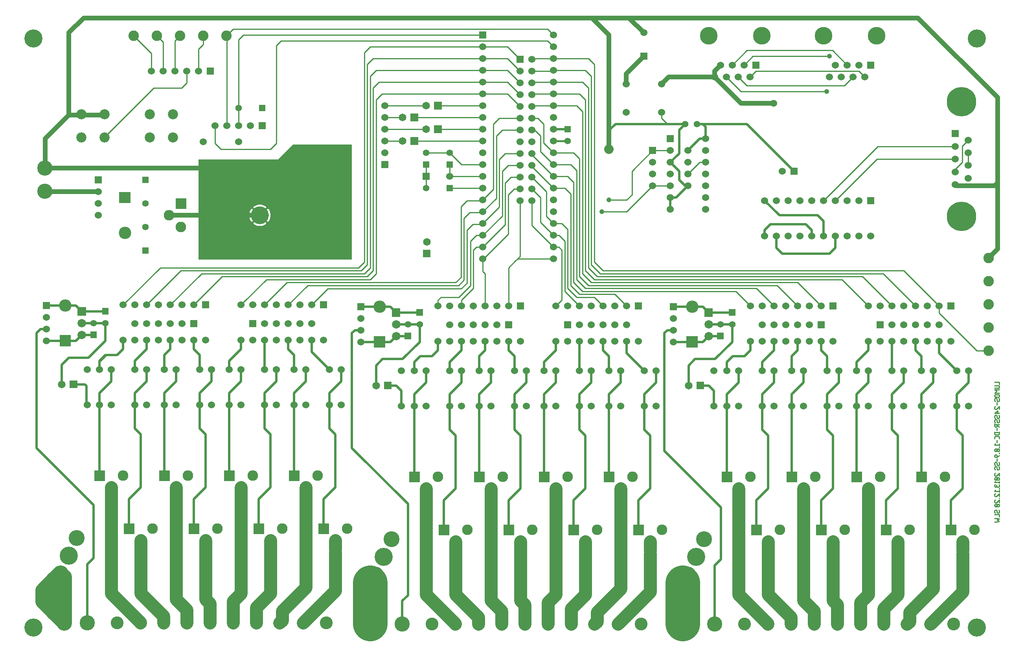
<source format=gbr>
G04 start of page 5 for group 3 idx 5 *
G04 Title: 24SSR-DC, bottom *
G04 Creator: pcb 20110918 *
G04 CreationDate: 五 12/20 18:00:37 2013 UTC *
G04 For: steve *
G04 Format: Gerber/RS-274X *
G04 PCB-Dimensions: 850000 550000 *
G04 PCB-Coordinate-Origin: lower left *
%MOIN*%
%FSLAX25Y25*%
%LNBOTTOM*%
%ADD151C,0.1280*%
%ADD150C,0.0430*%
%ADD149C,0.0500*%
%ADD148C,0.0380*%
%ADD147C,0.0420*%
%ADD146C,0.0280*%
%ADD145C,0.0454*%
%ADD144C,0.0512*%
%ADD143C,0.0350*%
%ADD142C,0.0300*%
%ADD141C,0.1495*%
%ADD140C,0.0800*%
%ADD139C,0.0410*%
%ADD138C,0.1500*%
%ADD137C,0.2500*%
%ADD136C,0.0860*%
%ADD135C,0.1500*%
%ADD134C,0.0550*%
%ADD133C,0.1050*%
%ADD132C,0.0650*%
%ADD131C,0.0720*%
%ADD130C,0.0600*%
%ADD129C,0.1287*%
%ADD128C,0.0887*%
%ADD127C,0.1087*%
%ADD126C,0.1350*%
%ADD125C,0.1535*%
%ADD124C,0.0900*%
%ADD123C,0.0150*%
%ADD122C,0.0400*%
%ADD121C,0.0100*%
%ADD120C,0.1250*%
%ADD119C,0.1300*%
%ADD118C,0.2930*%
%ADD117C,0.0200*%
%ADD116C,0.1100*%
%ADD115C,0.0001*%
G54D115*G36*
X224516Y422500D02*X262500D01*
Y337500D01*
X224516D01*
Y370058D01*
X224860Y370596D01*
X225234Y371344D01*
X225538Y372123D01*
X225768Y372927D01*
X225922Y373749D01*
X226000Y374582D01*
Y375418D01*
X225922Y376251D01*
X225768Y377073D01*
X225538Y377877D01*
X225234Y378656D01*
X224860Y379404D01*
X224516Y379956D01*
Y422500D01*
G37*
G36*
X217004D02*X224516D01*
Y379956D01*
X224418Y380114D01*
X224343Y380207D01*
X224254Y380287D01*
X224154Y380351D01*
X224045Y380400D01*
X223930Y380431D01*
X223811Y380443D01*
X223692Y380436D01*
X223575Y380411D01*
X223464Y380369D01*
X223361Y380309D01*
X223268Y380233D01*
X223188Y380145D01*
X223124Y380045D01*
X223075Y379935D01*
X223044Y379820D01*
X223032Y379701D01*
X223039Y379582D01*
X223064Y379466D01*
X223106Y379354D01*
X223168Y379252D01*
X223543Y378666D01*
X223855Y378044D01*
X224107Y377395D01*
X224299Y376726D01*
X224427Y376041D01*
X224492Y375348D01*
Y374652D01*
X224427Y373959D01*
X224299Y373275D01*
X224107Y372605D01*
X223855Y371956D01*
X223543Y371334D01*
X223175Y370743D01*
X223114Y370642D01*
X223071Y370532D01*
X223047Y370417D01*
X223040Y370299D01*
X223052Y370181D01*
X223083Y370067D01*
X223131Y369959D01*
X223195Y369860D01*
X223274Y369772D01*
X223365Y369698D01*
X223467Y369639D01*
X223578Y369596D01*
X223693Y369572D01*
X223811Y369565D01*
X223928Y369577D01*
X224042Y369608D01*
X224150Y369656D01*
X224249Y369720D01*
X224337Y369799D01*
X224410Y369892D01*
X224516Y370058D01*
Y337500D01*
X217004D01*
Y366000D01*
X217418D01*
X218251Y366078D01*
X219073Y366232D01*
X219877Y366462D01*
X220656Y366766D01*
X221404Y367140D01*
X222114Y367582D01*
X222207Y367657D01*
X222287Y367746D01*
X222351Y367846D01*
X222400Y367955D01*
X222431Y368070D01*
X222443Y368189D01*
X222436Y368308D01*
X222411Y368425D01*
X222369Y368536D01*
X222309Y368639D01*
X222233Y368732D01*
X222145Y368812D01*
X222045Y368876D01*
X221935Y368925D01*
X221820Y368956D01*
X221701Y368968D01*
X221582Y368961D01*
X221466Y368936D01*
X221354Y368894D01*
X221252Y368832D01*
X220666Y368457D01*
X220044Y368145D01*
X219395Y367893D01*
X218725Y367701D01*
X218041Y367573D01*
X217348Y367508D01*
X217004D01*
Y382492D01*
X217348D01*
X218041Y382427D01*
X218725Y382299D01*
X219395Y382107D01*
X220044Y381855D01*
X220666Y381543D01*
X221257Y381175D01*
X221358Y381114D01*
X221468Y381071D01*
X221583Y381047D01*
X221701Y381040D01*
X221819Y381052D01*
X221933Y381083D01*
X222041Y381131D01*
X222140Y381195D01*
X222228Y381274D01*
X222302Y381365D01*
X222361Y381467D01*
X222404Y381578D01*
X222428Y381693D01*
X222435Y381811D01*
X222423Y381928D01*
X222392Y382042D01*
X222344Y382150D01*
X222280Y382249D01*
X222201Y382337D01*
X222108Y382410D01*
X221404Y382860D01*
X220656Y383234D01*
X219877Y383538D01*
X219073Y383768D01*
X218251Y383922D01*
X217418Y384000D01*
X217004D01*
Y422500D01*
G37*
G36*
X209484D02*X217004D01*
Y384000D01*
X216582D01*
X215749Y383922D01*
X214927Y383768D01*
X214123Y383538D01*
X213344Y383234D01*
X212596Y382860D01*
X211886Y382418D01*
X211793Y382343D01*
X211713Y382254D01*
X211649Y382154D01*
X211600Y382045D01*
X211569Y381930D01*
X211557Y381811D01*
X211564Y381692D01*
X211589Y381575D01*
X211631Y381464D01*
X211691Y381361D01*
X211767Y381268D01*
X211855Y381188D01*
X211955Y381124D01*
X212065Y381075D01*
X212180Y381044D01*
X212299Y381032D01*
X212418Y381039D01*
X212534Y381064D01*
X212646Y381106D01*
X212748Y381168D01*
X213334Y381543D01*
X213956Y381855D01*
X214605Y382107D01*
X215274Y382299D01*
X215959Y382427D01*
X216652Y382492D01*
X217004D01*
Y367508D01*
X216652D01*
X215959Y367573D01*
X215274Y367701D01*
X214605Y367893D01*
X213956Y368145D01*
X213334Y368457D01*
X212743Y368825D01*
X212642Y368886D01*
X212532Y368929D01*
X212417Y368953D01*
X212299Y368960D01*
X212181Y368948D01*
X212067Y368917D01*
X211959Y368869D01*
X211860Y368805D01*
X211772Y368726D01*
X211698Y368635D01*
X211639Y368533D01*
X211596Y368422D01*
X211572Y368307D01*
X211565Y368189D01*
X211577Y368072D01*
X211608Y367958D01*
X211656Y367850D01*
X211720Y367751D01*
X211799Y367663D01*
X211892Y367590D01*
X212596Y367140D01*
X213344Y366766D01*
X214123Y366462D01*
X214927Y366232D01*
X215749Y366078D01*
X216582Y366000D01*
X217004D01*
Y337500D01*
X209484D01*
Y370044D01*
X209582Y369886D01*
X209657Y369793D01*
X209746Y369713D01*
X209846Y369649D01*
X209955Y369600D01*
X210070Y369569D01*
X210189Y369557D01*
X210308Y369564D01*
X210425Y369589D01*
X210536Y369631D01*
X210639Y369691D01*
X210732Y369767D01*
X210812Y369855D01*
X210876Y369955D01*
X210925Y370065D01*
X210956Y370180D01*
X210968Y370299D01*
X210961Y370418D01*
X210936Y370534D01*
X210894Y370646D01*
X210832Y370748D01*
X210457Y371334D01*
X210145Y371956D01*
X209893Y372605D01*
X209701Y373275D01*
X209573Y373959D01*
X209508Y374652D01*
Y375348D01*
X209573Y376041D01*
X209701Y376726D01*
X209893Y377395D01*
X210145Y378044D01*
X210457Y378666D01*
X210825Y379257D01*
X210886Y379358D01*
X210929Y379468D01*
X210953Y379583D01*
X210960Y379701D01*
X210948Y379819D01*
X210917Y379933D01*
X210869Y380041D01*
X210805Y380140D01*
X210726Y380228D01*
X210635Y380302D01*
X210533Y380361D01*
X210422Y380404D01*
X210307Y380428D01*
X210189Y380435D01*
X210072Y380423D01*
X209958Y380392D01*
X209850Y380344D01*
X209751Y380280D01*
X209663Y380201D01*
X209590Y380108D01*
X209484Y379942D01*
Y422500D01*
G37*
G36*
X165000D02*X209484D01*
Y379942D01*
X209140Y379404D01*
X208766Y378656D01*
X208462Y377877D01*
X208232Y377073D01*
X208078Y376251D01*
X208000Y375418D01*
Y374582D01*
X208078Y373749D01*
X208232Y372927D01*
X208462Y372123D01*
X208766Y371344D01*
X209140Y370596D01*
X209484Y370044D01*
Y337500D01*
X165000D01*
Y422500D01*
G37*
G36*
X232500D02*X245000Y435000D01*
X295000D01*
Y337500D01*
X232500D01*
Y422500D01*
G37*
G54D116*X383000Y98000D02*Y53000D01*
X382685Y28315D02*X358000Y53000D01*
X382685Y28000D02*Y28315D01*
X402370Y33630D02*X383000Y53000D01*
X402370Y28000D02*Y33630D01*
X422055Y38945D02*X413000Y48000D01*
X422055Y28000D02*Y38945D01*
X358000Y143000D02*Y53000D01*
G54D117*X383000Y143000D02*X373000Y133000D01*
Y108000D01*
G54D116*X413000Y48000D02*Y143000D01*
X468000D02*Y53000D01*
G54D117*X438000Y143000D02*X428000Y133000D01*
Y108000D01*
G54D116*X438000Y48000D02*Y98000D01*
X461425Y46425D02*X468000Y53000D01*
X461425Y28000D02*Y46425D01*
X441740Y44260D02*X438000Y48000D01*
X441740Y28000D02*Y44260D01*
X548000Y55520D02*Y88000D01*
X523000Y143000D02*Y58000D01*
X493000Y98000D02*Y53000D01*
X548000Y98000D02*Y90520D01*
G54D117*Y143000D02*X538000Y133000D01*
Y108000D01*
G54D116*X503000Y30205D02*X500795Y28000D01*
X503000Y38000D02*Y30205D01*
X523000Y58000D02*X503000Y38000D01*
X481110Y41110D02*X493000Y53000D01*
X481110Y28000D02*Y41110D01*
X548000Y55520D02*X520480Y28000D01*
G54D118*X575500Y63000D02*Y28000D01*
G54D117*X602685D02*Y77685D01*
X608000Y83000D01*
Y127000D01*
X493000Y143000D02*X483000Y133000D01*
Y108000D01*
G54D116*X813000Y55520D02*Y88000D01*
X788000Y143000D02*Y58000D01*
X813000Y98000D02*Y90520D01*
G54D117*Y143000D02*X803000Y133000D01*
Y108000D01*
G54D116*X768000Y30205D02*X765795Y28000D01*
X788000Y58000D02*X768000Y38000D01*
X813000Y55520D02*X785480Y28000D01*
X648000Y98000D02*Y53000D01*
X647685Y28315D02*X623000Y53000D01*
X647685Y28000D02*Y28315D01*
X667370Y33630D02*X648000Y53000D01*
X667370Y28000D02*Y33630D01*
X687055Y38945D02*X678000Y48000D01*
X687055Y28000D02*Y38945D01*
X623000Y143000D02*Y53000D01*
G54D117*X648000Y143000D02*X638000Y133000D01*
Y108000D01*
G54D116*X678000Y48000D02*Y143000D01*
X768000Y38000D02*Y30205D01*
X746110Y41110D02*X758000Y53000D01*
X746110Y28000D02*Y41110D01*
X726425Y28000D02*Y46425D01*
X706740Y44260D02*X703000Y48000D01*
X706740Y28000D02*Y44260D01*
X758000Y98000D02*Y53000D01*
X733000Y143000D02*Y53000D01*
X703000Y48000D02*Y98000D01*
X726425Y46425D02*X733000Y53000D01*
G54D117*X748000Y133000D02*Y108000D01*
X703000Y143000D02*X693000Y133000D01*
Y108000D01*
X758000Y143000D02*X748000Y133000D01*
G54D118*X310500Y63000D02*Y28000D01*
G54D116*X281000Y56520D02*Y89000D01*
Y56520D02*X253480Y29000D01*
G54D117*X337685Y28000D02*Y47685D01*
X342500Y52500D01*
Y130000D01*
G54D116*X226000Y99000D02*Y54000D01*
X201000Y144000D02*Y54000D01*
X194425Y47425D02*X201000Y54000D01*
X194425Y29000D02*Y47425D01*
X174740Y45260D02*X171000Y49000D01*
X174740Y29000D02*Y45260D01*
G54D117*X171000Y144000D02*X161000Y134000D01*
Y109000D01*
G54D116*X146000Y49000D02*Y144000D01*
X236000Y31205D02*X233795Y29000D01*
X236000Y39000D02*Y31205D01*
X256000Y59000D02*X236000Y39000D01*
X214110Y42110D02*X226000Y54000D01*
X214110Y29000D02*Y42110D01*
G54D117*X226000Y144000D02*X216000Y134000D01*
Y109000D01*
G54D116*X256000Y144000D02*Y59000D01*
X281000Y99000D02*Y91520D01*
G54D117*Y144000D02*X271000Y134000D01*
Y109000D01*
G54D116*X91000Y144000D02*Y54000D01*
G54D117*X116000Y144000D02*X106000Y134000D01*
Y109000D01*
X70685Y78685D02*X76000Y84000D01*
Y129000D01*
G54D116*X171000Y49000D02*Y99000D01*
X116000D02*Y54000D01*
X135370Y34630D02*X116000Y54000D01*
X135370Y29000D02*Y34630D01*
X155055Y39945D02*X146000Y49000D01*
X155055Y29000D02*Y39945D01*
X115685Y29315D02*X91000Y54000D01*
X115685Y29000D02*Y29315D01*
G54D117*X70685Y29000D02*Y78685D01*
G54D119*X51000Y29000D02*Y68000D01*
X42000Y66000D02*Y38000D01*
G54D120*X51000Y29000D01*
G54D116*X32000Y47000D02*X51000Y28000D01*
Y68000D02*X48000Y71000D01*
X47000D02*X42000Y66000D01*
X48000Y71000D02*X46000D01*
X33000Y58000D01*
X32000Y57000D02*Y47000D01*
X48000Y71000D02*X47000D01*
G54D117*X348000Y153000D02*Y223000D01*
X378000Y193000D02*X383000Y188000D01*
Y143000D01*
X403000Y223000D02*Y153000D01*
X378000Y223000D02*Y193000D01*
X358000Y233000D02*Y243000D01*
X388000Y233000D02*Y243000D01*
X413000Y233000D02*Y243000D01*
X443000Y233000D02*Y243000D01*
X468000Y233000D02*Y243000D01*
X498000Y233000D02*Y243000D01*
X433000Y223000D02*Y193000D01*
X438000Y188000D01*
Y143000D01*
X458000Y223000D02*Y153000D01*
X433000Y243000D02*Y255500D01*
X428000Y260500D01*
Y268000D01*
X458000Y243000D02*Y250500D01*
X468000Y260500D01*
Y268000D01*
X488000Y243000D02*Y268000D01*
X348000Y223000D02*X358000Y233000D01*
X378000Y223000D02*X388000Y233000D01*
X403000Y223000D02*X413000Y233000D01*
X332500Y230500D02*X337000Y226000D01*
Y213000D01*
X348000Y243000D02*Y250500D01*
X378000Y243000D02*Y250500D01*
X403000Y243000D02*Y255500D01*
X348000Y250500D02*X353000Y255500D01*
X378000Y250500D02*X388000Y260500D01*
X403000Y255500D02*X408000Y260500D01*
X353000Y255500D02*X363000D01*
X368000Y260500D01*
Y268000D01*
X388000Y260500D02*Y268000D01*
X352500Y267500D02*X338000Y253000D01*
X408000Y260500D02*Y268000D01*
X332500Y282500D02*X352500D01*
X332500Y272500D02*X342500D01*
X352500Y282500D02*Y267500D01*
X332500Y292500D02*X352500D01*
X433000Y223000D02*X443000Y233000D01*
X458000Y223000D02*X468000Y233000D01*
X488000Y223000D02*X498000Y233000D01*
X488000Y193000D02*X493000Y188000D01*
Y143000D01*
X553000Y233000D02*Y243000D01*
X613000Y153000D02*Y223000D01*
X623000Y233000D02*Y243000D01*
X597500Y230500D02*X602000Y226000D01*
Y213000D01*
X643000Y223000D02*X653000Y233000D01*
X643000Y193000D02*X648000Y188000D01*
X643000Y223000D02*Y193000D01*
X608000Y127000D02*X560000Y175000D01*
X523000Y233000D02*Y243000D01*
X513000Y223000D02*Y153000D01*
X548000Y188000D02*Y143000D01*
X543000Y193000D02*Y223000D01*
X488000D02*Y193000D01*
X543000D02*X548000Y188000D01*
X513000Y243000D02*Y255500D01*
X543000Y243000D02*X528000Y258000D01*
X580500Y230500D02*Y247500D01*
X586000Y253000D01*
X513000Y255500D02*X508000Y260500D01*
Y268000D01*
X528000Y258000D02*Y268000D01*
X567500Y267500D02*X592500D01*
X617500D02*X603000Y253000D01*
X586000D01*
X513000Y223000D02*X523000Y233000D01*
X543000Y223000D02*X553000Y233000D01*
X613000Y223000D02*X623000Y233000D01*
X590500Y230500D02*X597500D01*
G54D121*X408000Y325500D02*Y298000D01*
X388000D02*Y303000D01*
X398000Y313000D01*
X387750Y312750D02*X392500Y317500D01*
X395500Y315500D02*X385500Y305500D01*
X370500D02*X368000Y303000D01*
Y298000D01*
X398000D02*Y295500D01*
X385500Y315500D02*X390000Y320000D01*
X383000Y318000D02*X387500Y322500D01*
X406000Y338000D02*Y327500D01*
X408000Y325500D01*
X398000Y313000D02*Y345500D01*
X395500Y353000D02*Y315500D01*
X392500Y317500D02*Y362500D01*
X406000Y348000D02*X400500D01*
X398000Y345500D01*
X405500Y358000D02*X400500D01*
X395500Y353000D01*
X390000Y320000D02*Y372500D01*
X387500Y322500D02*Y382500D01*
X392500Y362500D02*X397500Y367500D01*
X404500D01*
X405000Y368000D01*
X420000Y382000D02*X406000Y368000D01*
X422500Y374500D02*X406000Y358000D01*
X390000Y372500D02*X395000Y377500D01*
X406500D01*
X407000Y378000D01*
X425000Y367000D02*X406000Y348000D01*
X427500Y359000D02*X406000Y337500D01*
X466000Y348000D02*X469500D01*
X466000Y338000D02*X435500D01*
X470500Y348000D02*X466000D01*
X470500Y358000D02*X466000D01*
X447500Y366500D02*X466000Y348000D01*
X425000Y402500D02*Y367000D01*
X427500Y392500D02*Y359000D01*
X447500Y387500D02*Y366500D01*
X460000Y395000D02*Y374000D01*
X447500Y397500D02*X455000Y390000D01*
Y369000D01*
X460000Y374000D02*X466000Y368000D01*
X455000Y369000D02*X466000Y358000D01*
X437500Y387500D02*Y340000D01*
X433750Y336250D01*
X435500Y338000D02*X435000Y337500D01*
X461000Y533000D02*X218000D01*
G54D122*X487500Y542500D02*X67500D01*
X75000D02*X67500D01*
X55000Y530000D01*
G54D121*X386000Y523000D02*X260000D01*
X231000Y519000D02*X235000Y523000D01*
X262000D01*
X283000Y528000D02*X203000D01*
X220000Y533000D02*X194240D01*
X203000Y528000D02*X199000Y524000D01*
X169055Y527500D02*Y520055D01*
X165000Y516000D01*
X194240Y533000D02*X188740Y527500D01*
X189000Y451000D02*Y527760D01*
X226000Y431000D02*X184000D01*
X231000Y436000D02*X226000Y431000D01*
X231000Y462000D02*Y436000D01*
Y460000D02*Y519000D01*
X199000Y524000D02*Y451000D01*
Y450500D02*Y449000D01*
X165000Y516000D02*Y497500D01*
G54D122*X140000Y375000D02*X217000D01*
X174815Y415185D02*X175000Y415000D01*
G54D121*X145000Y497500D02*Y523130D01*
X149370Y527500D01*
X135000Y497500D02*Y522185D01*
X129685Y527500D01*
X125000Y497500D02*Y512500D01*
X110000Y527500D01*
X179000Y436000D02*Y451000D01*
G54D117*X143300Y460800D02*Y462300D01*
G54D121*X85300Y441300D02*X127000Y483000D01*
X150500D01*
X149000D01*
X155000Y497500D02*Y487500D01*
X150500Y483000D01*
X184000Y431000D02*X179000Y436000D01*
X85300Y441200D02*Y441300D01*
G54D122*X34500Y415185D02*X174815D01*
X35000Y415685D02*X34500Y415185D01*
X35000Y440000D02*Y415685D01*
Y395000D02*X34500Y395500D01*
X80000Y395000D02*X35000D01*
X55000Y530000D02*Y487500D01*
Y490000D02*Y460000D01*
X35000Y440000D01*
X55000Y460000D02*X84500D01*
X85300Y460800D01*
G54D121*X418000Y498000D02*X406000D01*
X418000Y488000D02*X406000D01*
X447500Y457500D02*X452500D01*
X461000Y523000D02*X385000D01*
X466000Y528000D02*Y528500D01*
X455500Y497500D02*X465500D01*
X466000Y498000D01*
Y518000D02*X461000Y523000D01*
X452500Y457500D02*X457500Y452500D01*
X447500Y447500D02*X450000D01*
X455000Y442500D01*
X457500Y452500D02*Y436500D01*
X455000Y442500D02*Y429000D01*
X457500Y436500D02*X466000Y428000D01*
X455000Y429000D02*X466000Y418000D01*
G54D117*X166000Y224000D02*X176000Y234000D01*
X166000Y224000D02*Y194000D01*
X171000Y189000D01*
Y144000D01*
X191000Y224000D02*Y154000D01*
Y244000D02*Y251500D01*
X246000Y224000D02*X256000Y234000D01*
X221000Y224000D02*Y194000D01*
X226000Y189000D01*
Y144000D01*
X246000Y224000D02*Y154000D01*
X276000Y194000D02*X281000Y189000D01*
Y144000D01*
X276000Y194000D02*Y224000D01*
X286000Y234000D01*
Y244000D01*
X276000D02*X261000Y259000D01*
X342500Y130000D02*X295000Y177500D01*
Y275000D01*
X246000Y244000D02*Y256500D01*
X241000Y261500D01*
Y269000D01*
X261000Y259000D02*Y269000D01*
G54D121*X274750Y312750D02*X261000Y299000D01*
X257500Y315500D02*X241000Y299000D01*
X240000Y318000D02*X221000Y299000D01*
X294000Y320500D02*X222500D01*
G54D117*X302500Y297500D02*X327500D01*
X332500Y292500D01*
G54D121*X295000Y323000D02*X185000D01*
G54D117*X302500Y267500D02*X327500D01*
X332500Y272500D01*
X295000Y275000D02*X297500Y277500D01*
X302500D01*
X315500Y230500D02*Y247500D01*
X321000Y253000D01*
X338000D02*X321000D01*
X325500Y230500D02*X332500D01*
X81000Y154000D02*Y224000D01*
X91000Y234000D01*
X116000Y189000D02*Y144000D01*
X136000Y224000D02*Y154000D01*
X111000Y224000D02*Y194000D01*
X91000Y234000D02*Y244000D01*
X111000Y224000D02*X121000Y234000D01*
Y244000D01*
X136000Y224000D02*X146000Y234000D01*
Y244000D01*
X111000Y194000D02*X116000Y189000D01*
X76000Y129000D02*X27500Y177500D01*
X32500Y172500D01*
X27500Y177500D02*Y275000D01*
Y182500D02*Y177500D01*
X59000Y231500D02*X68500D01*
X49000D02*Y248000D01*
X55000Y254000D01*
X68500Y231500D02*X70000Y230000D01*
Y214500D01*
X70500Y214000D01*
X176000Y234000D02*Y244000D01*
X166000D02*Y256500D01*
X161000Y261500D01*
Y269000D01*
X191000Y224000D02*X201000Y234000D01*
X221000Y224000D02*X231000Y234000D01*
X201000D02*Y244000D01*
X231000Y234000D02*Y244000D01*
X256000Y234000D02*Y244000D01*
X191000Y251500D02*X201000Y261500D01*
Y269000D01*
X221000Y244000D02*Y269000D01*
G54D121*X211000Y301500D02*X213500Y299000D01*
X206000Y304000D02*X201000Y299000D01*
X185000Y323000D02*X161000Y299000D01*
X222500Y320500D02*X201000Y299000D01*
X167500Y325500D02*X141000Y299000D01*
X150000Y328000D02*X121000Y299000D01*
X132500Y330500D02*X101000Y299000D01*
X294000Y325500D02*X167500D01*
X295000Y328000D02*X150000D01*
X294000Y330500D02*X132500D01*
G54D117*X81000Y244000D02*Y251500D01*
X111000Y244000D02*Y251500D01*
X136000Y244000D02*Y256500D01*
X141000Y261500D01*
X81500Y251500D02*X86500Y256500D01*
X96000D02*X101000Y261500D01*
Y269000D01*
X111000Y251500D02*X121000Y261500D01*
Y269000D01*
X141000Y261500D02*Y269000D01*
G54D121*X131000Y299000D02*Y296500D01*
G54D117*X81000Y251500D02*X86000Y256500D01*
X59000Y231500D02*X66000D01*
X86000Y256500D02*X96000D01*
X36000Y268500D02*X61000D01*
X71500Y254000D02*X55000D01*
X66000Y283500D02*X86000D01*
X61000Y268500D02*X66000Y273500D01*
X76000D01*
X66000Y293500D02*X86000D01*
Y283500D02*Y268500D01*
X28500Y276000D02*X31000Y278500D01*
X36000D01*
X27500Y275000D02*X31000Y278500D01*
X34000D01*
X36000Y298500D02*X61000D01*
X66000Y293500D01*
X86000Y268500D02*X71500Y254000D01*
G54D121*X323000Y438000D02*X338000D01*
X323000Y458000D02*X338000D01*
X323000Y448000D02*X358000D01*
X323000Y468000D02*X358000D01*
X368000Y448000D02*X406000D01*
X368000Y468000D02*X406000D01*
X348000Y458000D02*X406000D01*
X415000Y478000D02*X320500D01*
X405500Y488000D02*X318000D01*
X405500Y498000D02*X315500D01*
X310500Y493000D01*
X318000Y488000D02*X313000Y483000D01*
X418000Y508000D02*X313000D01*
X416000Y518000D02*X310500D01*
X305500Y513000D01*
X406000Y528000D02*X282000D01*
X320500Y478000D02*X315500Y473000D01*
X313000Y508000D02*X308000Y503000D01*
X313000Y483000D02*Y328000D01*
X310500Y493000D02*Y330500D01*
X308000Y503000D02*Y333000D01*
X315500Y473000D02*Y325500D01*
X305500Y513000D02*Y335500D01*
X315500Y325500D02*X310500Y320500D01*
X313000Y328000D02*X308000Y323000D01*
X310500Y330500D02*X305500Y325500D01*
X308000Y333000D02*X303000Y328000D01*
X305500Y335500D02*X300500Y330500D01*
X310500Y320500D02*X293000D01*
X308000Y323000D02*X293000D01*
X305500Y325500D02*X293000D01*
X303000Y328000D02*X293000D01*
X300500Y330500D02*X293000D01*
X274750Y312750D02*X387750D01*
X257500Y315500D02*X385500D01*
X240000Y318000D02*X383000D01*
X358000Y398000D02*Y418000D01*
X378000Y408000D02*Y418000D01*
Y428000D02*X388000Y418000D01*
X405000D01*
X406000Y378000D03*
X378000Y408000D02*X406000D01*
Y398000D02*X378000D01*
X387500Y382500D02*X392500Y387500D01*
X406500D01*
X358000Y428000D02*X378000D01*
X348000Y438000D02*X406000D01*
G54D123*X466000D02*X478000D01*
G54D121*X437500Y427500D02*X425000D01*
X447500D02*Y426500D01*
X406000Y388000D02*X407000D01*
X415000Y397000D02*X406000Y388000D01*
X417500Y389500D02*X406000Y378000D01*
X420000Y422500D02*Y382000D01*
X422500Y412500D02*Y374500D01*
X425000Y427500D02*X420000Y422500D01*
X437500Y417500D02*X427500D01*
X422500Y412500D01*
X437500Y407500D02*X430000D01*
X447500D02*X460000Y395000D01*
X430000Y407500D02*X425000Y402500D01*
X478000Y408000D02*X466000D01*
X437500Y397500D02*X432500D01*
X475500Y398000D02*X466000D01*
X432500Y397500D02*X427500Y392500D01*
X447500Y426500D02*X466000Y408000D01*
X447500Y417500D02*Y416500D01*
X466000Y398000D01*
G54D117*X653000Y233000D02*Y243000D01*
X668000Y223000D02*X678000Y233000D01*
Y243000D01*
X698000Y223000D02*X708000Y233000D01*
Y243000D01*
X723000Y223000D02*X733000Y233000D01*
Y243000D01*
X753000Y223000D02*X763000Y233000D01*
Y243000D01*
X778000Y223000D02*X788000Y233000D01*
Y243000D01*
X808000Y223000D02*X818000Y233000D01*
Y243000D01*
X648000Y188000D02*Y143000D01*
X668000Y223000D02*Y153000D01*
X698000Y223000D02*Y193000D01*
X703000Y188000D01*
X723000Y223000D02*Y153000D01*
X703000Y188000D02*Y143000D01*
X753000Y223000D02*Y193000D01*
X758000Y188000D01*
Y143000D01*
X778000Y223000D02*Y153000D01*
X808000Y193000D02*X813000Y188000D01*
Y143000D01*
X808000Y193000D02*Y223000D01*
X613000Y243000D02*Y250500D01*
X618000Y255500D01*
X628000D01*
X633000Y260500D01*
Y268000D01*
X617500Y282500D02*Y267500D01*
X643000Y243000D02*Y250500D01*
X653000Y260500D01*
Y268000D01*
X597500Y282500D02*X617500D01*
X592500Y297500D02*X597500Y292500D01*
X617500D01*
X592500Y267500D02*X597500Y272500D01*
X607500D01*
X560000Y175000D02*Y275000D01*
X562500Y277500D01*
X567500D01*
X668000Y243000D02*Y255500D01*
X698000Y243000D02*Y255500D01*
X693000Y260500D01*
Y268000D01*
X668000Y255500D02*X673000Y260500D01*
Y268000D01*
G54D121*X663000Y298000D02*Y295500D01*
G54D117*X723000Y243000D02*Y250500D01*
X733000Y260500D01*
Y268000D01*
X753000Y243000D02*Y268000D01*
G54D121*X743000Y300500D02*X745500Y298000D01*
G54D117*X778000Y243000D02*Y255500D01*
X808000Y243000D02*X793000Y258000D01*
X778000Y255500D02*X773000Y260500D01*
Y268000D01*
X793000Y258000D02*Y268000D01*
G54D121*Y298000D02*Y292000D01*
X825000Y260000D01*
X835000D01*
X540000Y310500D02*X620500D01*
X541000Y313000D02*X638000D01*
X541000Y315500D02*X655500D01*
G54D117*X567500Y297500D02*X592500D01*
G54D121*X620500Y310500D02*X633000Y298000D01*
X638000Y313000D02*X653000Y298000D01*
X655500Y315500D02*X673000Y298000D01*
Y318000D02*X693000Y298000D01*
X710500Y320500D02*X733000Y298000D01*
X728000Y323000D02*X753000Y298000D01*
X542000Y318000D02*X673000D01*
X542000Y320500D02*X710500D01*
X542000Y323000D02*X728000D01*
X542500Y325500D02*X745500D01*
X773000Y298000D01*
X542000Y328000D02*X763000D01*
X793000Y298000D01*
G54D117*X695000Y357500D02*Y370000D01*
X690000Y375000D01*
X685000Y357500D02*Y362500D01*
X660000Y342500D02*X700000D01*
X705000Y347500D01*
Y357500D01*
X690000Y375000D02*X657500D01*
X685000Y362500D02*X680000Y367500D01*
X650000D01*
X657500Y375000D02*X645000Y387500D01*
X655000Y357500D02*Y347500D01*
X660000Y342500D01*
X650000Y367500D02*X645000Y362500D01*
Y357500D01*
G54D122*X842500Y475000D02*Y402500D01*
X840000Y400000D01*
X807600D01*
X806500Y401100D01*
G54D121*Y414000D02*X812500Y420000D01*
Y433700D01*
X817700Y438900D01*
Y428100D02*Y417300D01*
X806500Y433500D02*X741000D01*
X695000Y387500D01*
X806500Y422700D02*X740200D01*
X705000Y387500D01*
X806500Y411900D02*Y414000D01*
G54D122*X842500Y405000D02*Y346240D01*
X835000Y338740D01*
G54D121*X385500Y305500D02*X370500D01*
X490500Y310500D02*X543000D01*
X493000Y313000D02*X543000D01*
X495500Y315500D02*X543000D01*
X498000Y318000D02*X543000D01*
X500500Y320500D02*X543000D01*
X503000Y323000D02*X543000D01*
X505500Y325500D02*X543000D01*
X508000Y328000D02*X543000D01*
X428000Y330500D02*X433750Y336250D01*
X470500Y348000D02*X473000Y345500D01*
Y303000D01*
X470500Y358000D02*X475500Y353000D01*
Y310500D01*
X428000Y298000D02*Y330500D01*
X475500Y310500D02*X488000Y298000D01*
X478000Y313000D02*X485500Y305500D01*
X480500Y315500D02*X488000Y308000D01*
X478000Y300500D02*X480500Y298000D01*
X473000Y303000D02*X468000Y298000D01*
X485500Y305500D02*X500500D01*
X508000Y298000D01*
X488000Y308000D02*X518000D01*
X528000Y298000D01*
X483000Y318000D02*X490500Y310500D01*
X485500Y320500D02*X493000Y313000D01*
X488000Y323000D02*X495500Y315500D01*
X490500Y325500D02*X498000Y318000D01*
X493000Y328000D02*X500500Y320500D01*
X495500Y330500D02*X503000Y323000D01*
X498000Y333000D02*X505500Y325500D01*
X500500Y335500D02*X508000Y328000D01*
X465500Y368000D02*X473000D01*
X478000Y363000D01*
Y313000D01*
X480500Y393000D02*Y315500D01*
X483000Y403000D02*Y318000D01*
X485500Y413000D02*Y320500D01*
X488000Y423000D02*Y323000D01*
X490500Y463000D02*Y325500D01*
X493000Y473000D02*Y328000D01*
X495500Y483000D02*Y330500D01*
X498000Y493000D02*Y333000D01*
X500500Y503000D02*Y335500D01*
Y503000D02*X495500Y508000D01*
G54D117*X518500Y452500D02*X513000Y447000D01*
G54D121*X495500Y508000D02*X448000D01*
X447500Y507500D01*
X460000Y497500D02*X447500D01*
X458000Y488000D02*X448000D01*
X447500Y487500D01*
X460000Y478000D02*X448000D01*
X458000Y468000D02*X448000D01*
Y478000D02*X447500Y477500D01*
X448000Y468000D02*X447500Y467500D01*
X414500Y518000D02*X427000D01*
X437500Y507500D01*
X417500Y508000D02*X427000D01*
X437500Y497500D01*
X414500Y498000D02*X427000D01*
X437500Y487500D01*
X415500Y488000D02*X427000D01*
X437500Y477500D01*
X413000Y478000D02*X427000D01*
X437500Y467500D01*
Y457500D02*X420000D01*
X415000Y452500D01*
Y397000D01*
X437500Y447500D02*X422500D01*
X417500Y442500D01*
Y389500D01*
G54D117*X466000Y448000D02*X478000D01*
G54D121*X456000Y468000D02*X485500D01*
G54D117*X518500Y452500D02*X577500D01*
X572500Y447500D02*X577500Y452500D01*
G54D121*X557500Y462500D02*Y457500D01*
X562500Y452500D01*
X475500Y398000D02*X480500Y393000D01*
G54D117*X580000Y400000D02*X577500D01*
X572500Y405000D01*
G54D121*X478000Y408000D02*X483000Y403000D01*
X480500Y418000D02*X485500Y413000D01*
X483000Y428000D02*X488000Y423000D01*
X483000Y428000D02*X466000D01*
X480500Y418000D02*X466000D01*
G54D117*X572500Y405000D02*Y412500D01*
Y427500D02*Y447500D01*
Y412500D02*X565000Y420000D01*
X572500Y427500D01*
G54D121*X595000Y420000D02*X590000D01*
X580000Y410000D01*
X550000Y400000D02*X565000D01*
X550000Y430000D02*X565000D01*
X513000Y388000D02*X528000D01*
X532500Y392500D01*
Y412500D01*
X507000Y378000D02*X528000D01*
X550000Y400000D01*
X532500Y412500D02*X550000Y430000D01*
G54D117*X565000Y380000D02*Y390000D01*
X570000D01*
X580000Y400000D01*
G54D121*X627500Y502500D02*Y505000D01*
X632500Y492500D02*X637500Y497500D01*
X617500Y502500D02*X630000Y515000D01*
X627500Y502500D02*X635000Y510000D01*
G54D117*X580000Y430000D02*X590000Y440000D01*
X595000D01*
Y450000D02*Y440000D01*
G54D122*X625000Y470000D02*X602500Y492500D01*
G54D121*X630000Y485000D02*X622500Y492500D01*
X625000Y480000D02*X612500Y492500D01*
G54D122*X602500D02*Y497500D01*
X652500Y470000D02*X625000D01*
G54D117*X630000Y452500D02*X670000Y412500D01*
X587500Y452500D02*X630000D01*
X587500D02*X592500D01*
X595000Y450000D01*
G54D122*X775000Y542500D02*X842500Y475000D01*
G54D121*X725000Y497500D02*X730000Y492500D01*
X720000D02*X722500D01*
X637500Y497500D02*X725000D01*
X702500Y515000D02*X715000Y502500D01*
X712500Y485000D02*X630000D01*
X720000Y492500D02*X712500Y485000D01*
X635000Y510000D02*X700000D01*
G54D122*X550000Y542500D02*X775000D01*
G54D121*X630000Y515000D02*X702500D01*
G54D122*X602500Y497500D02*X607500Y502500D01*
G54D121*X697500Y480000D02*X625000D01*
G54D122*X602500Y492500D02*X563500D01*
G54D121*X485500Y468000D02*X490500Y463000D01*
X456000Y478000D02*X488000D01*
X493000Y473000D01*
X456000Y488000D02*X490500D01*
X495500Y483000D01*
X466000Y498000D02*X493000D01*
X466000Y528000D02*X461000Y533000D01*
X493000Y498000D02*X498000Y493000D01*
G54D122*X513000Y431000D02*Y528000D01*
Y527000D02*Y528000D01*
X498500Y542500D01*
X485000D02*X555000D01*
X542500Y530000D02*X530000Y542500D01*
X563500Y492500D02*X557500Y486500D01*
X527500D02*Y495000D01*
X542500Y510000D01*
G54D121*X840000Y233500D02*X844000D01*
Y231500D02*Y233500D01*
X840000Y230300D02*X843500D01*
X844000Y229800D01*
Y228800D02*Y229800D01*
Y228800D02*X843500Y228300D01*
X840000D02*X843500D01*
X840000Y227100D02*X844000D01*
X840000D02*X842000Y225600D01*
X840000Y224100D01*
X844000D01*
X840500Y222900D02*X843500D01*
X840500D02*X840000Y222400D01*
Y221400D02*Y222400D01*
Y221400D02*X840500Y220900D01*
X843500D01*
X844000Y221400D02*X843500Y220900D01*
X844000Y221400D02*Y222400D01*
X843500Y222900D02*X844000Y222400D01*
X840000Y217700D02*X840500Y217200D01*
X840000Y217700D02*Y219200D01*
X840500Y219700D02*X840000Y219200D01*
X840500Y219700D02*X841500D01*
X842000Y219200D01*
Y217700D02*Y219200D01*
Y217700D02*X842500Y217200D01*
X843500D01*
X844000Y217700D02*X843500Y217200D01*
X844000Y217700D02*Y219200D01*
X843500Y219700D02*X844000Y219200D01*
X842000Y214000D02*Y216000D01*
X840500Y212800D02*X840000Y212300D01*
Y210800D02*Y212300D01*
Y210800D02*X840500Y210300D01*
X841500D01*
X844000Y212800D02*X841500Y210300D01*
X844000D02*Y212800D01*
X842500Y209100D02*X840000Y207100D01*
X842500Y206600D02*Y209100D01*
X840000Y207100D02*X844000D01*
X840000Y203400D02*X840500Y202900D01*
X840000Y203400D02*Y204900D01*
X840500Y205400D02*X840000Y204900D01*
X840500Y205400D02*X841500D01*
X842000Y204900D01*
Y203400D02*Y204900D01*
Y203400D02*X842500Y202900D01*
X843500D01*
X844000Y203400D02*X843500Y202900D01*
X844000Y203400D02*Y204900D01*
X843500Y205400D02*X844000Y204900D01*
X840000Y199700D02*X840500Y199200D01*
X840000Y199700D02*Y201200D01*
X840500Y201700D02*X840000Y201200D01*
X840500Y201700D02*X841500D01*
X842000Y201200D01*
Y199700D02*Y201200D01*
Y199700D02*X842500Y199200D01*
X843500D01*
X844000Y199700D02*X843500Y199200D01*
X844000Y199700D02*Y201200D01*
X843500Y201700D02*X844000Y201200D01*
X840000Y196000D02*Y198000D01*
Y196000D02*X840500Y195500D01*
X841500D01*
X842000Y196000D02*X841500Y195500D01*
X842000Y196000D02*Y197500D01*
X840000D02*X844000D01*
X842000Y196700D02*X844000Y195500D01*
X842000Y192300D02*Y194300D01*
X840000Y190600D02*X844000D01*
X840000Y189300D02*X840700Y188600D01*
X843300D01*
X844000Y189300D02*X843300Y188600D01*
X844000Y189300D02*Y191100D01*
X840000Y189300D02*Y191100D01*
X844000Y185400D02*Y186700D01*
X843300Y187400D02*X844000Y186700D01*
X840700Y187400D02*X843300D01*
X840700D02*X840000Y186700D01*
Y185400D02*Y186700D01*
X842000Y182200D02*Y184200D01*
X840800Y181000D02*X840000Y180200D01*
X844000D01*
Y179500D02*Y181000D01*
Y177800D02*Y178300D01*
X843500Y176600D02*X844000Y176100D01*
X840500Y176600D02*X843500D01*
X840500D02*X840000Y176100D01*
Y175100D02*Y176100D01*
Y175100D02*X840500Y174600D01*
X843500D01*
X844000Y175100D02*X843500Y174600D01*
X844000Y175100D02*Y176100D01*
X843000Y176600D02*X841000Y174600D01*
X844000Y172900D02*Y173400D01*
Y171200D02*X842000Y169700D01*
X840500D02*X842000D01*
X840000Y170200D02*X840500Y169700D01*
X840000Y170200D02*Y171200D01*
X840500Y171700D02*X840000Y171200D01*
X840500Y171700D02*X841500D01*
X842000Y171200D01*
Y169700D02*Y171200D01*
Y166500D02*Y168500D01*
X840000Y163300D02*X840500Y162800D01*
X840000Y163300D02*Y164800D01*
X840500Y165300D02*X840000Y164800D01*
X840500Y165300D02*X841500D01*
X842000Y164800D01*
Y163300D02*Y164800D01*
Y163300D02*X842500Y162800D01*
X843500D01*
X844000Y163300D02*X843500Y162800D01*
X844000Y163300D02*Y164800D01*
X843500Y165300D02*X844000Y164800D01*
X840000Y159600D02*X840500Y159100D01*
X840000Y159600D02*Y161100D01*
X840500Y161600D02*X840000Y161100D01*
X840500Y161600D02*X841500D01*
X842000Y161100D01*
Y159600D02*Y161100D01*
Y159600D02*X842500Y159100D01*
X843500D01*
X844000Y159600D02*X843500Y159100D01*
X844000Y159600D02*Y161100D01*
X843500Y161600D02*X844000Y161100D01*
X840500Y156100D02*X840000Y155600D01*
Y154100D02*Y155600D01*
Y154100D02*X840500Y153600D01*
X841500D01*
X844000Y156100D02*X841500Y153600D01*
X844000D02*Y156100D01*
X843500Y152400D02*X844000Y151900D01*
X840500Y152400D02*X843500D01*
X840500D02*X840000Y151900D01*
Y150900D02*Y151900D01*
Y150900D02*X840500Y150400D01*
X843500D01*
X844000Y150900D02*X843500Y150400D01*
X844000Y150900D02*Y151900D01*
X843000Y152400D02*X841000Y150400D01*
X840800Y149200D02*X840000Y148400D01*
X844000D01*
Y147700D02*Y149200D01*
X840500Y146500D02*X840000Y146000D01*
Y145000D02*Y146000D01*
Y145000D02*X840500Y144500D01*
X844000Y145000D02*X843500Y144500D01*
X844000Y145000D02*Y146000D01*
X843500Y146500D02*X844000Y146000D01*
X841800Y145000D02*Y146000D01*
X840500Y144500D02*X841300D01*
X842300D02*X843500D01*
X842300D02*X841800Y145000D01*
X841300Y144500D02*X841800Y145000D01*
X844000Y142800D02*Y143300D01*
X840800Y141600D02*X840000Y140800D01*
X844000D01*
Y140100D02*Y141600D01*
X840500Y138900D02*X840000Y138400D01*
Y136900D02*Y138400D01*
Y136900D02*X840500Y136400D01*
X841500D01*
X844000Y138900D02*X841500Y136400D01*
X844000D02*Y138900D01*
Y134700D02*Y135200D01*
X840500Y133500D02*X840000Y133000D01*
Y131500D02*Y133000D01*
Y131500D02*X840500Y131000D01*
X841500D01*
X844000Y133500D02*X841500Y131000D01*
X844000D02*Y133500D01*
X843500Y129800D02*X844000Y129300D01*
X840500Y129800D02*X843500D01*
X840500D02*X840000Y129300D01*
Y128300D02*Y129300D01*
Y128300D02*X840500Y127800D01*
X843500D01*
X844000Y128300D02*X843500Y127800D01*
X844000Y128300D02*Y129300D01*
X843000Y129800D02*X841000Y127800D01*
X840000Y122800D02*X840500Y122300D01*
X840000Y122800D02*Y124300D01*
X840500Y124800D02*X840000Y124300D01*
X840500Y124800D02*X841500D01*
X842000Y124300D01*
Y122800D02*Y124300D01*
Y122800D02*X842500Y122300D01*
X843500D01*
X844000Y122800D02*X843500Y122300D01*
X844000Y122800D02*Y124300D01*
X843500Y124800D02*X844000Y124300D01*
X840000Y121100D02*X844000D01*
Y119100D02*Y121100D01*
X840000Y117900D02*X842000D01*
X844000Y117400D01*
X842000Y116400D01*
X844000Y115400D01*
X842000Y114900D01*
X840000D02*X842000D01*
G54D115*G36*
X533500Y112500D02*Y103500D01*
X542500D01*
Y112500D01*
X533500D01*
G37*
G54D124*X548000Y98000D03*
X558000Y108000D03*
G54D125*X586890Y85000D03*
G54D126*X593661Y100000D03*
X580000Y70000D03*
G54D124*X533000Y153000D03*
G54D115*G36*
X453500Y157500D02*Y148500D01*
X462500D01*
Y157500D01*
X453500D01*
G37*
G54D124*X478000Y153000D03*
G54D115*G36*
X608500Y157500D02*Y148500D01*
X617500D01*
Y157500D01*
X608500D01*
G37*
G54D127*X540165Y28000D03*
G54D128*X520480D03*
X500795D03*
X481110D03*
X461425D03*
G54D129*X602685D03*
X583000D03*
G54D127*X628000D03*
G54D128*X647685D03*
X667370D03*
G54D115*G36*
X798500Y112500D02*Y103500D01*
X807500D01*
Y112500D01*
X798500D01*
G37*
G54D124*X823000Y108000D03*
G54D115*G36*
X743500Y112500D02*Y103500D01*
X752500D01*
Y112500D01*
X743500D01*
G37*
G54D124*X768000Y108000D03*
X813000Y98000D03*
X758000D03*
X703000D03*
G54D115*G36*
X773500Y157500D02*Y148500D01*
X782500D01*
Y157500D01*
X773500D01*
G37*
G54D124*X798000Y153000D03*
G54D115*G36*
X718500Y157500D02*Y148500D01*
X727500D01*
Y157500D01*
X718500D01*
G37*
G54D124*X743000Y153000D03*
G54D127*X805165Y28000D03*
G54D128*X785480D03*
X765795D03*
X746110D03*
X726425D03*
X687055D03*
X706740D03*
G54D115*G36*
X688500Y112500D02*Y103500D01*
X697500D01*
Y112500D01*
X688500D01*
G37*
G54D124*X713000Y108000D03*
G54D115*G36*
X633500Y112500D02*Y103500D01*
X642500D01*
Y112500D01*
X633500D01*
G37*
G54D124*X658000Y108000D03*
X648000Y98000D03*
X788000Y143000D03*
X733000D03*
X678000D03*
X623000D03*
G54D115*G36*
X663500Y157500D02*Y148500D01*
X672500D01*
Y157500D01*
X663500D01*
G37*
G54D124*X688000Y153000D03*
X633000D03*
G54D115*G36*
X478500Y112500D02*Y103500D01*
X487500D01*
Y112500D01*
X478500D01*
G37*
G54D124*X493000Y98000D03*
X503000Y108000D03*
G54D115*G36*
X508500Y157500D02*Y148500D01*
X517500D01*
Y157500D01*
X508500D01*
G37*
G54D130*X488000Y213000D03*
X498000D03*
X513000D03*
X523000D03*
X388000Y243000D03*
X403000D03*
X413000D03*
X433000D03*
X443000D03*
X543000D03*
G54D115*G36*
X425000Y285000D02*Y279000D01*
X431000D01*
Y285000D01*
X425000D01*
G37*
G54D130*X418000Y282000D03*
G54D115*G36*
X435000Y301000D02*Y295000D01*
X441000D01*
Y301000D01*
X435000D01*
G37*
G54D130*X428000Y298000D03*
X418000D03*
X408000D03*
X508000D03*
X498000D03*
X488000D03*
X478000D03*
X468000D03*
X418000Y268000D03*
X428000D03*
X438000D03*
X468000D03*
X478000D03*
X488000D03*
X498000D03*
X538000D03*
G54D131*X597500Y272500D03*
G54D115*G36*
X604750Y275250D02*Y269750D01*
X610250D01*
Y275250D01*
X604750D01*
G37*
G54D130*X567500Y267500D03*
G54D115*G36*
X578750Y272250D02*Y262750D01*
X588250D01*
Y272250D01*
X578750D01*
G37*
G54D130*X543000Y213000D03*
X553000D03*
Y243000D03*
X613000Y213000D03*
Y243000D03*
X623000D03*
G54D115*G36*
X587250Y233750D02*Y227250D01*
X593750D01*
Y233750D01*
X587250D01*
G37*
G54D132*X580500Y230500D03*
G54D130*X602000Y243000D03*
Y213000D03*
G54D115*G36*
X535000Y301000D02*Y295000D01*
X541000D01*
Y301000D01*
X535000D01*
G37*
G36*
X564500Y300500D02*Y294500D01*
X570500D01*
Y300500D01*
X564500D01*
G37*
G54D133*X583500Y297500D03*
G54D130*X528000Y298000D03*
X518000D03*
G54D115*G36*
X614750Y295250D02*Y289750D01*
X620250D01*
Y295250D01*
X614750D01*
G37*
G54D134*X617500Y282500D03*
G54D115*G36*
X593900Y296100D02*Y288900D01*
X601100D01*
Y296100D01*
X593900D01*
G37*
G54D131*X597500Y282500D03*
G54D134*X607500D03*
G54D130*X567500Y287500D03*
Y277500D03*
X623000Y213000D03*
X643000D03*
X653000D03*
X643000Y243000D03*
X653000D03*
X668000D03*
X678000D03*
X698000D03*
X668000Y213000D03*
X678000D03*
X698000D03*
X708000D03*
Y243000D03*
X723000Y213000D03*
X733000D03*
X753000D03*
X723000Y243000D03*
X733000D03*
X753000D03*
X763000D03*
X778000D03*
X788000D03*
X763000Y213000D03*
X778000D03*
X788000D03*
X808000D03*
Y243000D03*
X818000D03*
Y213000D03*
G54D115*G36*
X690000Y285000D02*Y279000D01*
X696000D01*
Y285000D01*
X690000D01*
G37*
G54D130*X683000Y282000D03*
G54D115*G36*
X700000Y301000D02*Y295000D01*
X706000D01*
Y301000D01*
X700000D01*
G37*
G54D130*X693000Y298000D03*
X683000D03*
X673000Y282000D03*
X663000D03*
X653000D03*
X643000D03*
X673000Y298000D03*
Y268000D03*
X683000D03*
X693000D03*
X703000D03*
X663000Y298000D03*
Y268000D03*
X653000Y298000D03*
Y268000D03*
X643000Y298000D03*
X633000D03*
Y268000D03*
X643000D03*
G54D115*G36*
X740000Y285000D02*Y279000D01*
X746000D01*
Y285000D01*
X740000D01*
G37*
G54D130*X753000Y282000D03*
X763000D03*
X773000D03*
X783000D03*
X793000D03*
X773000Y298000D03*
X763000D03*
X753000D03*
X743000D03*
X733000D03*
Y268000D03*
X743000D03*
X753000D03*
X763000D03*
G54D128*X835000Y260000D03*
Y279685D03*
G54D130*X348000Y213000D03*
X358000D03*
X348000Y243000D03*
X358000D03*
X378000Y213000D03*
Y243000D03*
G54D132*X315500Y230500D03*
G54D130*X388000Y213000D03*
X403000D03*
X413000D03*
X433000D03*
X443000D03*
X81000Y214000D03*
G54D115*G36*
X55750Y234750D02*Y228250D01*
X62250D01*
Y234750D01*
X55750D01*
G37*
G54D132*X49000Y231500D03*
G54D130*X70500Y214000D03*
X176000D03*
X191000D03*
X201000D03*
X221000D03*
X231000D03*
X246000D03*
X256000D03*
X276000D03*
X286000D03*
X408000Y282000D03*
X398000D03*
Y298000D03*
X388000D03*
X378000D03*
X368000D03*
X388000Y282000D03*
X378000D03*
X368000Y268000D03*
X378000D03*
X388000D03*
X398000D03*
X408000D03*
G54D115*G36*
X299500Y300500D02*Y294500D01*
X305500D01*
Y300500D01*
X299500D01*
G37*
G54D130*X302500Y287500D03*
Y277500D03*
Y267500D03*
G54D115*G36*
X313750Y272250D02*Y262750D01*
X323250D01*
Y272250D01*
X313750D01*
G37*
G54D130*X141000Y269000D03*
X151000D03*
X161000D03*
X171000D03*
X201000D03*
X211000D03*
X221000D03*
X231000D03*
X241000D03*
X251000D03*
X261000D03*
X271000D03*
X111000D03*
X121000D03*
X131000D03*
G54D115*G36*
X62400Y297100D02*Y289900D01*
X69600D01*
Y297100D01*
X62400D01*
G37*
G54D131*X66000Y283500D03*
Y273500D03*
G54D115*G36*
X73250Y276250D02*Y270750D01*
X78750D01*
Y276250D01*
X73250D01*
G37*
G54D134*X76000Y283500D03*
G54D130*X70500Y244000D03*
G54D115*G36*
X83250Y296250D02*Y290750D01*
X88750D01*
Y296250D01*
X83250D01*
G37*
G54D134*X86000Y283500D03*
G54D115*G36*
X47250Y273250D02*Y263750D01*
X56750D01*
Y273250D01*
X47250D01*
G37*
G54D129*X337685Y28000D03*
X318000D03*
G54D125*X321890Y85000D03*
G54D126*X328661Y100000D03*
X315000Y70000D03*
G54D115*G36*
X423500Y112500D02*Y103500D01*
X432500D01*
Y112500D01*
X423500D01*
G37*
G36*
X368500D02*Y103500D01*
X377500D01*
Y112500D01*
X368500D01*
G37*
G54D124*X383000Y98000D03*
X393000Y108000D03*
G54D127*X363000Y28000D03*
X273165Y29000D03*
G54D128*X253480D03*
X382685Y28000D03*
X402370D03*
X422055D03*
X441740D03*
G54D124*X438000Y98000D03*
X448000Y108000D03*
X523000Y143000D03*
X468000D03*
X413000D03*
X358000D03*
G54D115*G36*
X398500Y157500D02*Y148500D01*
X407500D01*
Y157500D01*
X398500D01*
G37*
G54D124*X423000Y153000D03*
G54D115*G36*
X343500Y157500D02*Y148500D01*
X352500D01*
Y157500D01*
X343500D01*
G37*
G54D124*X368000Y153000D03*
G54D115*G36*
X266500Y113500D02*Y104500D01*
X275500D01*
Y113500D01*
X266500D01*
G37*
G54D124*X281000Y99000D03*
X291000Y109000D03*
G54D115*G36*
X211500Y113500D02*Y104500D01*
X220500D01*
Y113500D01*
X211500D01*
G37*
G54D124*X226000Y99000D03*
X236000Y109000D03*
G54D115*G36*
X156500Y113500D02*Y104500D01*
X165500D01*
Y113500D01*
X156500D01*
G37*
G54D124*X171000Y99000D03*
X181000Y109000D03*
G54D115*G36*
X101500Y113500D02*Y104500D01*
X110500D01*
Y113500D01*
X101500D01*
G37*
G54D124*X126000Y109000D03*
X116000Y99000D03*
G54D125*X54890Y86000D03*
G54D126*X61661Y101000D03*
X48000Y71000D03*
G54D115*G36*
X241500Y158500D02*Y149500D01*
X250500D01*
Y158500D01*
X241500D01*
G37*
G54D124*X266000Y154000D03*
G54D115*G36*
X186500Y158500D02*Y149500D01*
X195500D01*
Y158500D01*
X186500D01*
G37*
G54D124*X211000Y154000D03*
X256000Y144000D03*
X201000D03*
X146000D03*
G54D115*G36*
X131500Y158500D02*Y149500D01*
X140500D01*
Y158500D01*
X131500D01*
G37*
G54D124*X156000Y154000D03*
G54D115*G36*
X76500Y158500D02*Y149500D01*
X85500D01*
Y158500D01*
X76500D01*
G37*
G54D124*X101000Y154000D03*
X91000Y144000D03*
G54D128*X233795Y29000D03*
X214110D03*
X194425D03*
G54D127*X96000D03*
G54D128*X115685D03*
X135370D03*
X155055D03*
X174740D03*
G54D129*X70685D03*
X51000D03*
G54D130*X81000Y244000D03*
X91000D03*
X111000D03*
X91000Y214000D03*
X111000D03*
X121000D03*
X136000D03*
X146000D03*
X166000D03*
X121000Y244000D03*
X136000D03*
X146000D03*
X166000D03*
X191000D03*
X201000D03*
X221000D03*
X231000D03*
G54D135*X217000Y375000D03*
G54D130*X176000Y244000D03*
G54D115*G36*
X158000Y286000D02*Y280000D01*
X164000D01*
Y286000D01*
X158000D01*
G37*
G54D130*X151000Y283000D03*
X141000D03*
G54D115*G36*
X168000Y302000D02*Y296000D01*
X174000D01*
Y302000D01*
X168000D01*
G37*
G54D130*X161000Y299000D03*
X151000D03*
X246000Y244000D03*
X256000D03*
X276000D03*
X286000D03*
G54D115*G36*
X208000Y286000D02*Y280000D01*
X214000D01*
Y286000D01*
X208000D01*
G37*
G54D130*X221000Y283000D03*
X231000D03*
X241000D03*
X251000D03*
X261000D03*
G54D115*G36*
X268000Y302000D02*Y296000D01*
X274000D01*
Y302000D01*
X268000D01*
G37*
G54D130*X261000Y299000D03*
X251000D03*
X241000D03*
X231000D03*
X221000D03*
X211000D03*
X201000D03*
X141000D03*
X131000D03*
X121000D03*
X111000D03*
X101000D03*
G54D133*X318500Y297500D03*
G54D130*X131000Y283000D03*
X121000D03*
X111000D03*
X101000Y269000D03*
X80000Y375000D03*
G54D115*G36*
X117250Y347750D02*Y342250D01*
X122750D01*
Y347750D01*
X117250D01*
G37*
G54D134*X120000Y365000D03*
G54D133*X102500Y360000D03*
G54D115*G36*
X33000Y301500D02*Y295500D01*
X39000D01*
Y301500D01*
X33000D01*
G37*
G54D133*X52000Y298500D03*
G54D130*X36000Y288500D03*
Y278500D03*
Y268500D03*
G54D115*G36*
X216000Y454000D02*Y448000D01*
X222000D01*
Y454000D01*
X216000D01*
G37*
G36*
X216250Y468750D02*Y463250D01*
X221750D01*
Y468750D01*
X216250D01*
G37*
G54D130*X209000Y451000D03*
X199000D03*
G54D134*Y466000D03*
G54D130*Y437500D03*
X189000Y451000D03*
X179000D03*
G54D128*X188740Y527500D03*
X169055D03*
G54D130*X169000Y437500D03*
G54D115*G36*
X172000Y500500D02*Y494500D01*
X178000D01*
Y500500D01*
X172000D01*
G37*
G54D130*X165000Y497500D03*
X155000D03*
X145000D03*
X135000D03*
X125000D03*
G54D128*X110000Y527500D03*
X129685D03*
X149370D03*
G54D115*G36*
X77000Y408000D02*Y402000D01*
X83000D01*
Y408000D01*
X77000D01*
G37*
G36*
X117250Y407750D02*Y402250D01*
X122750D01*
Y407750D01*
X117250D01*
G37*
G54D136*X143300Y460800D03*
X123700D03*
Y441200D03*
X143300D03*
X85300Y460800D03*
X65700D03*
Y441200D03*
X85300D03*
G54D130*X80000Y385000D03*
G54D134*X120000D03*
G54D115*G36*
X97750Y394750D02*Y385250D01*
X107250D01*
Y394750D01*
X97750D01*
G37*
G36*
X145500Y389500D02*Y380500D01*
X154500D01*
Y389500D01*
X145500D01*
G37*
G54D124*X140000Y375000D03*
X150000Y365000D03*
G54D130*X80000Y395000D03*
G54D129*X34500Y415185D03*
Y395500D03*
G54D115*G36*
X403000Y531000D02*Y525000D01*
X409000D01*
Y531000D01*
X403000D01*
G37*
G54D130*X406000Y518000D03*
Y508000D03*
G54D115*G36*
X434500Y510500D02*Y504500D01*
X440500D01*
Y510500D01*
X434500D01*
G37*
G54D130*X447500Y507500D03*
X406000Y498000D03*
X437500Y497500D03*
X447500D03*
X406000Y488000D03*
X466000D03*
X437500Y487500D03*
X447500D03*
X466000Y498000D03*
Y508000D03*
Y518000D03*
Y528000D03*
G54D115*G36*
X355250Y420750D02*Y415250D01*
X360750D01*
Y420750D01*
X355250D01*
G37*
G54D134*X358000Y428000D03*
G54D115*G36*
X375250Y420750D02*Y415250D01*
X380750D01*
Y420750D01*
X375250D01*
G37*
G54D134*X378000Y428000D03*
G54D115*G36*
X355000Y411000D02*Y405000D01*
X361000D01*
Y411000D01*
X355000D01*
G37*
G54D130*X378000Y408000D03*
G54D115*G36*
X375250Y400750D02*Y395250D01*
X380750D01*
Y400750D01*
X375250D01*
G37*
G54D134*X358000Y398000D03*
G54D115*G36*
X355250Y345750D02*Y339250D01*
X361750D01*
Y345750D01*
X355250D01*
G37*
G54D132*X358500Y352500D03*
G54D115*G36*
X364750Y471250D02*Y464750D01*
X371250D01*
Y471250D01*
X364750D01*
G37*
G54D132*X358000Y468000D03*
G54D115*G36*
X344750Y461250D02*Y454750D01*
X351250D01*
Y461250D01*
X344750D01*
G37*
G54D132*X338000Y458000D03*
G54D115*G36*
X364750Y451250D02*Y444750D01*
X371250D01*
Y451250D01*
X364750D01*
G37*
G54D132*X358000Y448000D03*
G54D115*G36*
X344750Y441250D02*Y434750D01*
X351250D01*
Y441250D01*
X344750D01*
G37*
G54D132*X338000Y438000D03*
G54D115*G36*
X320000Y421000D02*Y415000D01*
X326000D01*
Y421000D01*
X320000D01*
G37*
G54D130*X323000Y428000D03*
Y438000D03*
Y448000D03*
Y458000D03*
Y468000D03*
X406000Y478000D03*
Y468000D03*
Y458000D03*
Y448000D03*
Y438000D03*
Y428000D03*
Y418000D03*
Y408000D03*
Y398000D03*
Y388000D03*
Y378000D03*
Y368000D03*
Y358000D03*
Y348000D03*
G54D115*G36*
X800000Y301000D02*Y295000D01*
X806000D01*
Y301000D01*
X800000D01*
G37*
G54D130*X793000Y298000D03*
X783000D03*
X773000Y268000D03*
X783000D03*
X793000D03*
X803000D03*
X595000Y380000D03*
Y390000D03*
Y400000D03*
Y410000D03*
Y420000D03*
Y430000D03*
G54D115*G36*
X803500Y447300D02*Y441300D01*
X809500D01*
Y447300D01*
X803500D01*
G37*
G54D130*X817700Y438900D03*
G54D137*X812100Y471300D03*
G54D130*X806500Y433500D03*
X817700Y428100D03*
X806500Y422700D03*
X817700Y417300D03*
Y406500D03*
G54D137*X812100Y374100D03*
G54D130*X806500Y411900D03*
Y401100D03*
G54D128*X835000Y338740D03*
Y319055D03*
Y299370D03*
G54D115*G36*
X732000Y390500D02*Y384500D01*
X738000D01*
Y390500D01*
X732000D01*
G37*
G54D130*X725000Y387500D03*
X715000D03*
X705000D03*
X695000D03*
X685000D03*
X675000D03*
X665000D03*
G54D115*G36*
X667000Y415500D02*Y409500D01*
X673000D01*
Y415500D01*
X667000D01*
G37*
G54D130*X660000Y412500D03*
X655000Y387500D03*
X645000D03*
Y357500D03*
X655000D03*
X665000D03*
X675000D03*
X685000D03*
X695000D03*
X705000D03*
X715000D03*
X725000D03*
X735000D03*
X595000Y440000D03*
G54D134*X587500Y452500D03*
G54D130*X602500Y492500D03*
X612500D03*
X700000D03*
X710000D03*
X720000D03*
X730000D03*
X622500D03*
X632500D03*
G54D115*G36*
X634500Y505500D02*Y499500D01*
X640500D01*
Y505500D01*
X634500D01*
G37*
G54D130*X627500Y502500D03*
X617500D03*
X607500D03*
G54D115*G36*
X732000Y505500D02*Y499500D01*
X738000D01*
Y505500D01*
X732000D01*
G37*
G54D130*X725000Y502500D03*
X715000D03*
X705000D03*
G54D138*X642500Y527500D03*
X597500D03*
X740000D03*
X695000D03*
G54D130*X458000Y213000D03*
Y243000D03*
X468000Y213000D03*
Y243000D03*
X488000D03*
G54D115*G36*
X475000Y285000D02*Y279000D01*
X481000D01*
Y285000D01*
X475000D01*
G37*
G54D130*X498000Y243000D03*
X513000D03*
X523000D03*
X488000Y282000D03*
X498000D03*
X508000D03*
X518000D03*
X528000D03*
X508000Y268000D03*
X518000D03*
X528000D03*
G54D115*G36*
X322250Y233750D02*Y227250D01*
X328750D01*
Y233750D01*
X322250D01*
G37*
G36*
X349750Y295250D02*Y289750D01*
X355250D01*
Y295250D01*
X349750D01*
G37*
G54D134*X352500Y282500D03*
G54D115*G36*
X328900Y296100D02*Y288900D01*
X336100D01*
Y296100D01*
X328900D01*
G37*
G54D131*X332500Y282500D03*
Y272500D03*
G54D115*G36*
X339750Y275250D02*Y269750D01*
X345250D01*
Y275250D01*
X339750D01*
G37*
G54D134*X342500Y282500D03*
G54D130*X337000Y213000D03*
Y243000D03*
X406000Y338000D03*
G54D115*G36*
X562000Y443000D02*Y437000D01*
X568000D01*
Y443000D01*
X562000D01*
G37*
G54D130*X565000Y430000D03*
Y420000D03*
Y410000D03*
Y400000D03*
Y390000D03*
X580000Y400000D03*
Y410000D03*
Y420000D03*
Y430000D03*
X565000Y380000D03*
G54D134*X577500Y452500D03*
G54D115*G36*
X547000Y433000D02*Y427000D01*
X553000D01*
Y433000D01*
X547000D01*
G37*
G54D130*X550000Y420000D03*
Y410000D03*
Y400000D03*
X557500Y486500D03*
Y462500D03*
X466000Y338000D03*
Y348000D03*
Y358000D03*
Y368000D03*
Y378000D03*
Y388000D03*
Y398000D03*
Y408000D03*
Y418000D03*
Y428000D03*
Y438000D03*
Y448000D03*
Y458000D03*
Y468000D03*
Y478000D03*
X437500Y477500D03*
X447500D03*
Y467500D03*
X437500D03*
Y457500D03*
X447500D03*
X437500Y447500D03*
X447500D03*
X437500Y437500D03*
X447500D03*
X437500Y427500D03*
Y417500D03*
Y407500D03*
Y397500D03*
Y387500D03*
X447500Y427500D03*
Y417500D03*
Y407500D03*
Y397500D03*
Y387500D03*
G54D115*G36*
X475250Y450750D02*Y445250D01*
X480750D01*
Y450750D01*
X475250D01*
G37*
G54D134*X478000Y438000D03*
G54D115*G36*
X539500Y513000D02*Y507000D01*
X545500D01*
Y513000D01*
X539500D01*
G37*
G54D130*X542500Y530000D03*
X527500Y486500D03*
Y462500D03*
G54D125*X25000Y525000D03*
X825000Y25000D03*
X25000D03*
G54D139*X513000Y388000D03*
G54D140*Y431000D03*
G54D139*X507000Y378000D03*
G54D125*X825000Y525000D03*
G54D139*X697500Y480000D03*
G54D130*X652500Y470000D03*
G54D139*X700000Y510000D03*
G54D141*G54D117*G54D142*G54D117*G54D141*G54D117*G54D143*G54D117*G54D122*G54D141*G54D144*G54D122*G54D145*G54D122*G54D145*G54D122*G54D146*G54D147*G54D142*G54D148*G54D149*G54D146*G54D150*G54D146*G54D148*G54D149*G54D146*G54D142*G54D147*G54D142*G54D148*G54D146*G54D145*G54D146*G54D150*G54D146*G54D150*G54D146*G54D148*G54D149*G54D146*G54D147*G54D142*G54D146*G54D142*G54D149*G54D145*G54D141*G54D144*G54D122*G54D145*G54D122*G54D141*G54D144*G54D122*G54D145*G54D146*G54D119*G54D146*G54D149*G54D146*G54D148*G54D142*G54D149*G54D148*G54D149*G54D148*G54D142*G54D148*G54D142*G54D146*G54D148*G54D145*G54D146*G54D145*G54D148*G54D142*G54D150*G54D148*G54D142*G54D149*G54D122*G54D148*G54D145*G54D146*G54D148*G54D146*G54D148*G54D146*G54D148*G54D146*G54D142*G54D146*G54D142*G54D150*G54D146*G54D143*G54D120*G54D143*G54D120*G54D143*G54D145*G54D146*G54D142*G54D146*G54D142*G54D143*G54D151*G54D146*G54D150*G54D142*G54D147*G54D142*G54D146*G54D142*G54D146*G54D148*G54D142*G54D146*M02*

</source>
